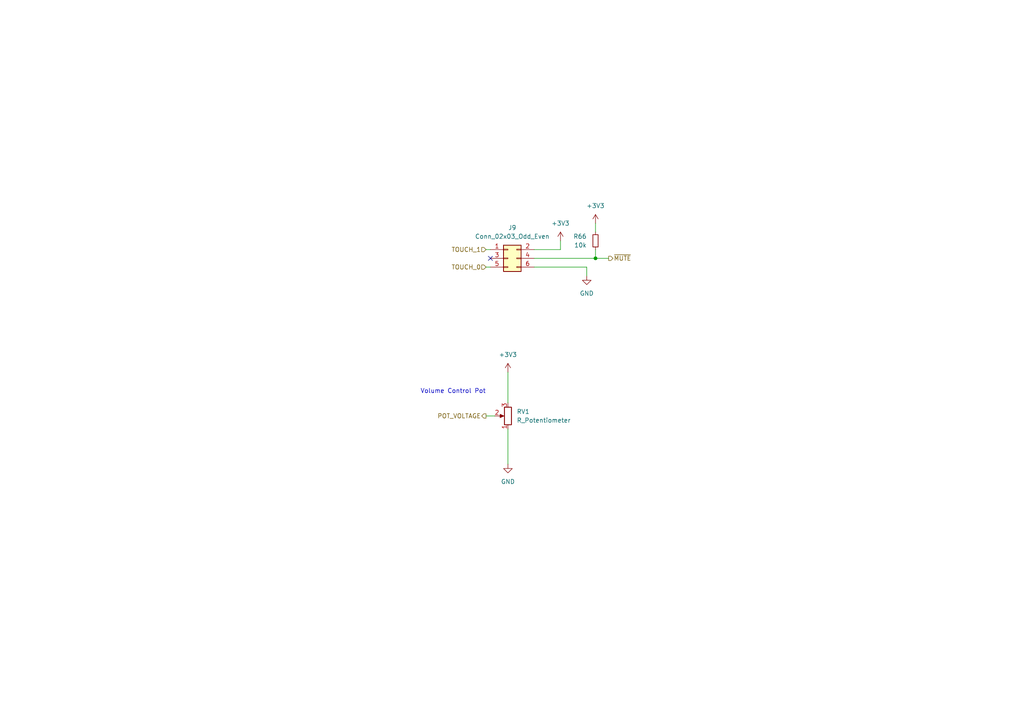
<source format=kicad_sch>
(kicad_sch (version 20230121) (generator eeschema)
  (paper "A4")
  (title_block (title "ample/Control") (date "2023-07-14") (rev "00.01"))
  (lib_symbols
    (symbol "Connector_Generic:Conn_02x03_Odd_Even" (pin_names (offset 1.016) hide)
      (property "Reference" "J" (at 1.27 5.08 0))
      (property "Value" "Conn_02x03_Odd_Even" (at 1.27 -5.08 0))
      (symbol "Conn_02x03_Odd_Even_1_1"
        (rectangle (start -1.27 -2.413) (end 0 -2.667) (stroke (width 0.1524)))
        (rectangle (start -1.27 0.127) (end 0 -0.127) (stroke (width 0.1524)))
        (rectangle (start -1.27 2.667) (end 0 2.413) (stroke (width 0.1524)))
        (rectangle (start -1.27 3.81) (end 3.81 -3.81) (stroke (width 0.254)) (fill (type background)))
        (rectangle (start 3.81 -2.413) (end 2.54 -2.667) (stroke (width 0.1524)))
        (rectangle (start 3.81 0.127) (end 2.54 -0.127) (stroke (width 0.1524)))
        (rectangle (start 3.81 2.667) (end 2.54 2.413) (stroke (width 0.1524)))
        (pin passive line (at -5.08 2.54 0) (length 3.81) (name "Pin_1") (number "1"))
        (pin passive line (at 7.62 2.54 180) (length 3.81) (name "Pin_2") (number "2"))
        (pin passive line (at -5.08 0 0) (length 3.81) (name "Pin_3") (number "3"))
        (pin passive line (at 7.62 0 180) (length 3.81) (name "Pin_4") (number "4"))
        (pin passive line (at -5.08 -2.54 0) (length 3.81) (name "Pin_5") (number "5"))
        (pin passive line (at 7.62 -2.54 180) (length 3.81) (name "Pin_6") (number "6"))
      )
    )
    (symbol "Device:R_Potentiometer" (pin_names (offset 1.016) hide)
      (property "Reference" "RV" (at -4.445 0 90))
      (property "Value" "R_Potentiometer" (at -2.54 0 90))
      (symbol "R_Potentiometer_0_1"
        (polyline (pts (xy 2.54 0) (xy 1.524 0)))
        (polyline (pts (xy 1.143 0) (xy 2.286 0.508) (xy 2.286 -0.508) (xy 1.143 0)) (fill (type outline)))
        (rectangle (start 1.016 2.54) (end -1.016 -2.54) (stroke (width 0.254)))
      )
      (symbol "R_Potentiometer_1_1"
        (pin passive line (at 0 3.81 270) (length 1.27) (name "1") (number "1"))
        (pin passive line (at 3.81 0 180) (length 1.27) (name "2") (number "2"))
        (pin passive line (at 0 -3.81 90) (length 1.27) (name "3") (number "3"))
      )
    )
    (symbol "Device:R_Small" (pin_numbers hide) (pin_names (offset 0.254) hide)
      (property "Reference" "R" (at 0.762 0.508 0))
      (property "Value" "R_Small" (at 0.762 -1.016 0))
      (symbol "R_Small_0_1"
        (rectangle (start -0.762 1.778) (end 0.762 -1.778) (stroke (width 0.2032)))
      )
      (symbol "R_Small_1_1"
        (pin passive line (at 0 2.54 270) (length 0.762) (name "~") (number "1"))
        (pin passive line (at 0 -2.54 90) (length 0.762) (name "~") (number "2"))
      )
    )
    (symbol "power:+3V3" (power) (pin_names (offset 0))
      (property "Value" "+3V3" (at 0 3.556 0))
      (symbol "+3V3_0_1"
        (polyline (pts (xy -0.762 1.27) (xy 0 2.54)))
        (polyline (pts (xy 0 0) (xy 0 2.54)))
        (polyline (pts (xy 0 2.54) (xy 0.762 1.27)))
      )
      (symbol "+3V3_1_1"
        (pin power_in line (at 0 0 90) (length 0) hide (name "+3V3") (number "1"))
      )
    )
    (symbol "power:GND" (power) (pin_names (offset 0))
      (property "Value" "GND" (at 0 -3.81 0))
      (symbol "GND_0_1"
        (polyline (pts (xy 0 0) (xy 0 -1.27) (xy 1.27 -1.27) (xy 0 -2.54) (xy -1.27 -1.27) (xy 0 -1.27)))
      )
      (symbol "GND_1_1"
        (pin power_in line (at 0 0 270) (length 0) hide (name "GND") (number "1"))
      )
    )
  )
  (junction (at 172.72 74.93))
  (no_connect (at 142.24 74.93))
  (wire (pts (xy 170.18 77.47) (xy 154.94 77.47)))
  (wire (pts (xy 147.32 107.95) (xy 147.32 116.84)))
  (wire (pts (xy 140.97 72.39) (xy 142.24 72.39)))
  (wire (pts (xy 172.72 72.39) (xy 172.72 74.93)))
  (wire (pts (xy 172.72 64.77) (xy 172.72 67.31)))
  (wire (pts (xy 140.97 77.47) (xy 142.24 77.47)))
  (wire (pts (xy 154.94 74.93) (xy 172.72 74.93)))
  (wire (pts (xy 147.32 134.62) (xy 147.32 124.46)))
  (wire (pts (xy 162.56 69.85) (xy 162.56 72.39)))
  (wire (pts (xy 140.97 120.65) (xy 143.51 120.65)))
  (wire (pts (xy 162.56 72.39) (xy 154.94 72.39)))
  (wire (pts (xy 170.18 80.01) (xy 170.18 77.47)))
  (wire (pts (xy 172.72 74.93) (xy 176.53 74.93)))
  (text "Volume Control Pot\n" (at 121.92 114.3 0) (effects (font (size 1.27 1.27)) (justify left bottom)))
  (hierarchical_label "~{MUTE}" (shape output) (at 176.53 74.93 0))
  (hierarchical_label "POT_VOLTAGE" (shape output) (at 140.97 120.65 180))
  (hierarchical_label "TOUCH_0" (shape input) (at 140.97 77.47 180))
  (hierarchical_label "TOUCH_1" (shape input) (at 140.97 72.39 180))
  (symbol (lib_id "power:GND") (at 147.32 134.62 0) (unit 1)
    (property "Reference" "#PWR0158" (effects hide))
    (property "Value" "GND" (at 147.32 139.7 0))
  )
  (symbol (lib_id "Device:R_Potentiometer") (at 147.32 120.65 180) (unit 1)
    (property "Reference" "RV1" (at 149.86 119.38 0) (effects (justify right)))
    (property "Value" "R_Potentiometer" (at 149.86 121.92 0) (effects (justify right)))
    (property "Footprint" "LNIC_Potentiometer_THT:Potentiometer_Bourns_PTD901-XX15K-X_Horizontal" (effects hide))
  )
  (symbol (lib_id "power:+3V3") (at 172.72 64.77 0) (mirror y) (unit 1)
    (property "Reference" "#PWR0161" (effects hide))
    (property "Value" "+3V3" (at 172.72 59.69 0))
  )
  (symbol (lib_id "power:+3V3") (at 162.56 69.85 0) (unit 1)
    (property "Reference" "#PWR0159" (effects hide))
    (property "Value" "+3V3" (at 162.56 64.77 0))
  )
  (symbol (lib_id "power:+3V3") (at 147.32 107.95 0) (unit 1)
    (property "Reference" "#PWR0157" (effects hide))
    (property "Value" "+3V3" (at 147.32 102.87 0))
  )
  (symbol (lib_id "Device:R_Small") (at 172.72 69.85 0) (mirror y) (unit 1)
    (property "Reference" "R66" (at 170.18 68.58 0) (effects (justify left)))
    (property "Value" "10k" (at 170.18 71.12 0) (effects (justify left)))
    (property "Footprint" "Resistor_SMD:R_0603_1608Metric" (effects hide))
  )
  (symbol (lib_id "Connector_Generic:Conn_02x03_Odd_Even") (at 147.32 74.93 0) (unit 1)
    (property "Reference" "J9" (at 148.59 66.04 0))
    (property "Value" "Conn_02x03_Odd_Even" (at 148.59 68.58 0))
    (property "Footprint" "Connector_PinHeader_2.54mm:PinHeader_2x03_P2.54mm_Vertical" (effects hide))
  )
  (symbol (lib_id "power:GND") (at 170.18 80.01 0) (unit 1)
    (property "Reference" "#PWR0160" (effects hide))
    (property "Value" "GND" (at 170.18 85.09 0))
  )
)
</source>
